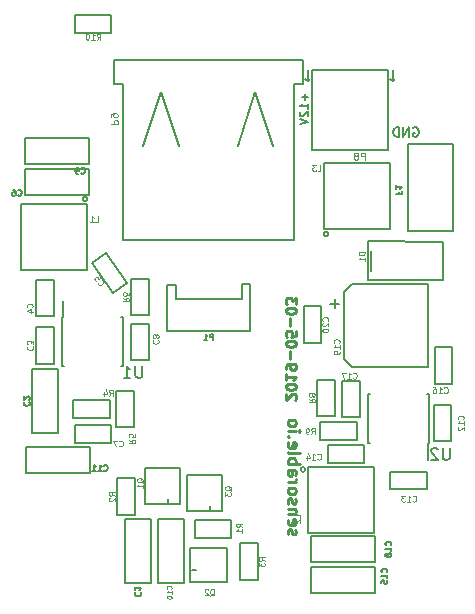
<source format=gbo>
G04 #@! TF.GenerationSoftware,KiCad,Pcbnew,(5.0.2)-1*
G04 #@! TF.CreationDate,2019-05-03T15:30:51-04:00*
G04 #@! TF.ProjectId,TrafMasterV1,54726166-4d61-4737-9465-7256312e6b69,V1*
G04 #@! TF.SameCoordinates,Original*
G04 #@! TF.FileFunction,Legend,Bot*
G04 #@! TF.FilePolarity,Positive*
%FSLAX46Y46*%
G04 Gerber Fmt 4.6, Leading zero omitted, Abs format (unit mm)*
G04 Created by KiCad (PCBNEW (5.0.2)-1) date 5/3/2019 3:30:51 PM*
%MOMM*%
%LPD*%
G01*
G04 APERTURE LIST*
%ADD10C,0.254000*%
%ADD11C,0.200000*%
%ADD12C,0.175000*%
%ADD13C,0.222250*%
%ADD14C,0.150000*%
%ADD15C,0.100000*%
%ADD16C,0.125000*%
%ADD17C,0.127000*%
%ADD18C,0.107950*%
G04 APERTURE END LIST*
D10*
X40330361Y-60945485D02*
X40281980Y-60848723D01*
X40281980Y-60655200D01*
X40330361Y-60558438D01*
X40427123Y-60510057D01*
X40475504Y-60510057D01*
X40572266Y-60558438D01*
X40620647Y-60655200D01*
X40620647Y-60800342D01*
X40669028Y-60897104D01*
X40765790Y-60945485D01*
X40814171Y-60945485D01*
X40910933Y-60897104D01*
X40959314Y-60800342D01*
X40959314Y-60655200D01*
X40910933Y-60558438D01*
X40330361Y-59687580D02*
X40281980Y-59784342D01*
X40281980Y-59977866D01*
X40330361Y-60074628D01*
X40427123Y-60123009D01*
X40814171Y-60123009D01*
X40910933Y-60074628D01*
X40959314Y-59977866D01*
X40959314Y-59784342D01*
X40910933Y-59687580D01*
X40814171Y-59639200D01*
X40717409Y-59639200D01*
X40620647Y-60123009D01*
X40959314Y-59203771D02*
X40281980Y-59203771D01*
X40862552Y-59203771D02*
X40910933Y-59155390D01*
X40959314Y-59058628D01*
X40959314Y-58913485D01*
X40910933Y-58816723D01*
X40814171Y-58768342D01*
X40281980Y-58768342D01*
X40330361Y-58332914D02*
X40281980Y-58236152D01*
X40281980Y-58042628D01*
X40330361Y-57945866D01*
X40427123Y-57897485D01*
X40475504Y-57897485D01*
X40572266Y-57945866D01*
X40620647Y-58042628D01*
X40620647Y-58187771D01*
X40669028Y-58284533D01*
X40765790Y-58332914D01*
X40814171Y-58332914D01*
X40910933Y-58284533D01*
X40959314Y-58187771D01*
X40959314Y-58042628D01*
X40910933Y-57945866D01*
X40281980Y-57316914D02*
X40330361Y-57413676D01*
X40378742Y-57462057D01*
X40475504Y-57510438D01*
X40765790Y-57510438D01*
X40862552Y-57462057D01*
X40910933Y-57413676D01*
X40959314Y-57316914D01*
X40959314Y-57171771D01*
X40910933Y-57075009D01*
X40862552Y-57026628D01*
X40765790Y-56978247D01*
X40475504Y-56978247D01*
X40378742Y-57026628D01*
X40330361Y-57075009D01*
X40281980Y-57171771D01*
X40281980Y-57316914D01*
X40281980Y-56542819D02*
X40959314Y-56542819D01*
X40765790Y-56542819D02*
X40862552Y-56494438D01*
X40910933Y-56446057D01*
X40959314Y-56349295D01*
X40959314Y-56252533D01*
X40281980Y-55478438D02*
X40814171Y-55478438D01*
X40910933Y-55526819D01*
X40959314Y-55623580D01*
X40959314Y-55817104D01*
X40910933Y-55913866D01*
X40330361Y-55478438D02*
X40281980Y-55575200D01*
X40281980Y-55817104D01*
X40330361Y-55913866D01*
X40427123Y-55962247D01*
X40523885Y-55962247D01*
X40620647Y-55913866D01*
X40669028Y-55817104D01*
X40669028Y-55575200D01*
X40717409Y-55478438D01*
X40281980Y-54994628D02*
X41297980Y-54994628D01*
X40910933Y-54994628D02*
X40959314Y-54897866D01*
X40959314Y-54704342D01*
X40910933Y-54607580D01*
X40862552Y-54559200D01*
X40765790Y-54510819D01*
X40475504Y-54510819D01*
X40378742Y-54559200D01*
X40330361Y-54607580D01*
X40281980Y-54704342D01*
X40281980Y-54897866D01*
X40330361Y-54994628D01*
X40281980Y-53930247D02*
X40330361Y-54027009D01*
X40427123Y-54075390D01*
X41297980Y-54075390D01*
X40330361Y-53156152D02*
X40281980Y-53252914D01*
X40281980Y-53446438D01*
X40330361Y-53543200D01*
X40427123Y-53591580D01*
X40814171Y-53591580D01*
X40910933Y-53543200D01*
X40959314Y-53446438D01*
X40959314Y-53252914D01*
X40910933Y-53156152D01*
X40814171Y-53107771D01*
X40717409Y-53107771D01*
X40620647Y-53591580D01*
X40378742Y-52672342D02*
X40330361Y-52623961D01*
X40281980Y-52672342D01*
X40330361Y-52720723D01*
X40378742Y-52672342D01*
X40281980Y-52672342D01*
X40281980Y-52188533D02*
X40959314Y-52188533D01*
X41297980Y-52188533D02*
X41249600Y-52236914D01*
X41201219Y-52188533D01*
X41249600Y-52140152D01*
X41297980Y-52188533D01*
X41201219Y-52188533D01*
X40281980Y-51559580D02*
X40330361Y-51656342D01*
X40378742Y-51704723D01*
X40475504Y-51753104D01*
X40765790Y-51753104D01*
X40862552Y-51704723D01*
X40910933Y-51656342D01*
X40959314Y-51559580D01*
X40959314Y-51414438D01*
X40910933Y-51317676D01*
X40862552Y-51269295D01*
X40765790Y-51220914D01*
X40475504Y-51220914D01*
X40378742Y-51269295D01*
X40330361Y-51317676D01*
X40281980Y-51414438D01*
X40281980Y-51559580D01*
D11*
X50901523Y-26524000D02*
X50977714Y-26485904D01*
X51092000Y-26485904D01*
X51206285Y-26524000D01*
X51282476Y-26600190D01*
X51320571Y-26676380D01*
X51358666Y-26828761D01*
X51358666Y-26943047D01*
X51320571Y-27095428D01*
X51282476Y-27171619D01*
X51206285Y-27247809D01*
X51092000Y-27285904D01*
X51015809Y-27285904D01*
X50901523Y-27247809D01*
X50863428Y-27209714D01*
X50863428Y-26943047D01*
X51015809Y-26943047D01*
X50520571Y-27285904D02*
X50520571Y-26485904D01*
X50063428Y-27285904D01*
X50063428Y-26485904D01*
X49682476Y-27285904D02*
X49682476Y-26485904D01*
X49492000Y-26485904D01*
X49377714Y-26524000D01*
X49301523Y-26600190D01*
X49263428Y-26676380D01*
X49225333Y-26828761D01*
X49225333Y-26943047D01*
X49263428Y-27095428D01*
X49301523Y-27171619D01*
X49377714Y-27247809D01*
X49492000Y-27285904D01*
X49682476Y-27285904D01*
D12*
X41706000Y-23658666D02*
X41706000Y-24192000D01*
X41972666Y-23925333D02*
X41439333Y-23925333D01*
X41972666Y-24892000D02*
X41972666Y-24492000D01*
X41972666Y-24692000D02*
X41272666Y-24692000D01*
X41372666Y-24625333D01*
X41439333Y-24558666D01*
X41472666Y-24492000D01*
X41339333Y-25158666D02*
X41306000Y-25192000D01*
X41272666Y-25258666D01*
X41272666Y-25425333D01*
X41306000Y-25492000D01*
X41339333Y-25525333D01*
X41406000Y-25558666D01*
X41472666Y-25558666D01*
X41572666Y-25525333D01*
X41972666Y-25125333D01*
X41972666Y-25558666D01*
X41272666Y-25758666D02*
X41972666Y-25992000D01*
X41272666Y-26225333D01*
D13*
X40889766Y-49555400D02*
X40932100Y-49513066D01*
X40974433Y-49428400D01*
X40974433Y-49216733D01*
X40932100Y-49132066D01*
X40889766Y-49089733D01*
X40805100Y-49047400D01*
X40720433Y-49047400D01*
X40593433Y-49089733D01*
X40085433Y-49597733D01*
X40085433Y-49047400D01*
X40974433Y-48497066D02*
X40974433Y-48412400D01*
X40932100Y-48327733D01*
X40889766Y-48285400D01*
X40805100Y-48243066D01*
X40635766Y-48200733D01*
X40424100Y-48200733D01*
X40254766Y-48243066D01*
X40170100Y-48285400D01*
X40127766Y-48327733D01*
X40085433Y-48412400D01*
X40085433Y-48497066D01*
X40127766Y-48581733D01*
X40170100Y-48624066D01*
X40254766Y-48666400D01*
X40424100Y-48708733D01*
X40635766Y-48708733D01*
X40805100Y-48666400D01*
X40889766Y-48624066D01*
X40932100Y-48581733D01*
X40974433Y-48497066D01*
X40085433Y-47354066D02*
X40085433Y-47862066D01*
X40085433Y-47608066D02*
X40974433Y-47608066D01*
X40847433Y-47692733D01*
X40762766Y-47777400D01*
X40720433Y-47862066D01*
X40085433Y-46930733D02*
X40085433Y-46761400D01*
X40127766Y-46676733D01*
X40170100Y-46634400D01*
X40297100Y-46549733D01*
X40466433Y-46507400D01*
X40805100Y-46507400D01*
X40889766Y-46549733D01*
X40932100Y-46592066D01*
X40974433Y-46676733D01*
X40974433Y-46846066D01*
X40932100Y-46930733D01*
X40889766Y-46973066D01*
X40805100Y-47015400D01*
X40593433Y-47015400D01*
X40508766Y-46973066D01*
X40466433Y-46930733D01*
X40424100Y-46846066D01*
X40424100Y-46676733D01*
X40466433Y-46592066D01*
X40508766Y-46549733D01*
X40593433Y-46507400D01*
X40424100Y-46126399D02*
X40424100Y-45449066D01*
X40974433Y-44856399D02*
X40974433Y-44771733D01*
X40932100Y-44687066D01*
X40889766Y-44644733D01*
X40805100Y-44602399D01*
X40635766Y-44560066D01*
X40424100Y-44560066D01*
X40254766Y-44602399D01*
X40170100Y-44644733D01*
X40127766Y-44687066D01*
X40085433Y-44771733D01*
X40085433Y-44856399D01*
X40127766Y-44941066D01*
X40170100Y-44983399D01*
X40254766Y-45025733D01*
X40424100Y-45068066D01*
X40635766Y-45068066D01*
X40805100Y-45025733D01*
X40889766Y-44983399D01*
X40932100Y-44941066D01*
X40974433Y-44856399D01*
X40974433Y-43755733D02*
X40974433Y-44179066D01*
X40551100Y-44221399D01*
X40593433Y-44179066D01*
X40635766Y-44094399D01*
X40635766Y-43882733D01*
X40593433Y-43798066D01*
X40551100Y-43755733D01*
X40466433Y-43713399D01*
X40254766Y-43713399D01*
X40170100Y-43755733D01*
X40127766Y-43798066D01*
X40085433Y-43882733D01*
X40085433Y-44094399D01*
X40127766Y-44179066D01*
X40170100Y-44221399D01*
X40424100Y-43332399D02*
X40424100Y-42655066D01*
X40974433Y-42062399D02*
X40974433Y-41977733D01*
X40932100Y-41893066D01*
X40889766Y-41850733D01*
X40805100Y-41808399D01*
X40635766Y-41766066D01*
X40424100Y-41766066D01*
X40254766Y-41808399D01*
X40170100Y-41850733D01*
X40127766Y-41893066D01*
X40085433Y-41977733D01*
X40085433Y-42062399D01*
X40127766Y-42147066D01*
X40170100Y-42189399D01*
X40254766Y-42231733D01*
X40424100Y-42274066D01*
X40635766Y-42274066D01*
X40805100Y-42231733D01*
X40889766Y-42189399D01*
X40932100Y-42147066D01*
X40974433Y-42062399D01*
X40974433Y-41469733D02*
X40974433Y-40919399D01*
X40635766Y-41215733D01*
X40635766Y-41088733D01*
X40593433Y-41004066D01*
X40551100Y-40961733D01*
X40466433Y-40919399D01*
X40254766Y-40919399D01*
X40170100Y-40961733D01*
X40127766Y-41004066D01*
X40085433Y-41088733D01*
X40085433Y-41342733D01*
X40127766Y-41427399D01*
X40170100Y-41469733D01*
D14*
G04 #@! TO.C,C14*
X46746760Y-53387560D02*
X46746760Y-54887560D01*
X43646760Y-53387560D02*
X46746760Y-53387560D01*
X43646760Y-54887560D02*
X43646760Y-53387560D01*
X46746760Y-54887560D02*
X43646760Y-54887560D01*
G04 #@! TO.C,U2*
X52179460Y-53210280D02*
X52179460Y-54610280D01*
X47079460Y-53210280D02*
X47079460Y-49060280D01*
X52229460Y-53210280D02*
X52229460Y-49060280D01*
X47079460Y-53210280D02*
X47224460Y-53210280D01*
X47079460Y-49060280D02*
X47224460Y-49060280D01*
X52229460Y-49060280D02*
X52084460Y-49060280D01*
X52229460Y-53210280D02*
X52179460Y-53210280D01*
G04 #@! TO.C,D1*
X47343060Y-36913820D02*
X47343060Y-38635940D01*
X47078500Y-39382500D02*
X47078500Y-36132500D01*
X53428500Y-39432500D02*
X47073820Y-39433500D01*
X53428500Y-36182500D02*
X53428500Y-39432500D01*
X47078500Y-36132500D02*
X53428500Y-36182500D01*
G04 #@! TO.C,C19*
X44241000Y-41007000D02*
X44241000Y-41807000D01*
X43841000Y-41407000D02*
X44641000Y-41407000D01*
X45741000Y-39707000D02*
X52141000Y-39707000D01*
X45041000Y-40407000D02*
X45741000Y-39707000D01*
X45041000Y-46107000D02*
X45041000Y-40407000D01*
X45741000Y-46807000D02*
X45041000Y-46107000D01*
X52141000Y-46807000D02*
X45741000Y-46807000D01*
X52141000Y-39807000D02*
X52141000Y-46807000D01*
G04 #@! TO.C,P9*
X37540700Y-23521900D02*
X39040700Y-28021900D01*
X36040700Y-28021900D02*
X37540700Y-23521900D01*
X29540700Y-23521900D02*
X31040700Y-28021900D01*
X28040700Y-28021900D02*
X29540700Y-23521900D01*
X26290700Y-22771900D02*
X26290700Y-36021900D01*
X25540700Y-22771900D02*
X26290700Y-22771900D01*
X25540700Y-20771900D02*
X25540700Y-22771900D01*
X41540700Y-20771900D02*
X25540700Y-20771900D01*
X41540700Y-22771900D02*
X41540700Y-20771900D01*
X40790700Y-22771900D02*
X41540700Y-22771900D01*
X40790700Y-36021900D02*
X40790700Y-22771900D01*
X26290700Y-36021900D02*
X40790700Y-36021900D01*
G04 #@! TO.C,C16*
X52711920Y-45114880D02*
X54211920Y-45114880D01*
X52711920Y-48214880D02*
X52711920Y-45114880D01*
X54211920Y-48214880D02*
X52711920Y-48214880D01*
X54211920Y-45114880D02*
X54211920Y-48214880D01*
G04 #@! TO.C,C13*
X48970600Y-57143080D02*
X48970600Y-55643080D01*
X52070600Y-57143080D02*
X48970600Y-57143080D01*
X52070600Y-55643080D02*
X52070600Y-57143080D01*
X48970600Y-55643080D02*
X52070600Y-55643080D01*
G04 #@! TO.C,C12*
X52630640Y-49974880D02*
X54130640Y-49974880D01*
X52630640Y-53074880D02*
X52630640Y-49974880D01*
X54130640Y-53074880D02*
X52630640Y-53074880D01*
X54130640Y-49974880D02*
X54130640Y-53074880D01*
G04 #@! TO.C,C17*
X44878560Y-47944440D02*
X46378560Y-47944440D01*
X44878560Y-51044440D02*
X44878560Y-47944440D01*
X46378560Y-51044440D02*
X44878560Y-51044440D01*
X46378560Y-47944440D02*
X46378560Y-51044440D01*
G04 #@! TO.C,R9*
X46121920Y-51431760D02*
X46121920Y-52931760D01*
X43021920Y-51431760D02*
X46121920Y-51431760D01*
X43021920Y-52931760D02*
X43021920Y-51431760D01*
X46121920Y-52931760D02*
X43021920Y-52931760D01*
G04 #@! TO.C,L2*
X41764960Y-55449160D02*
G75*
G03X41764960Y-55449160I-200000J0D01*
G01*
X41964960Y-55249160D02*
X47564960Y-55249160D01*
X41964960Y-60849160D02*
X41964960Y-55249160D01*
X47564960Y-60849160D02*
X41964960Y-60849160D01*
X47564960Y-55249160D02*
X47564960Y-60849160D01*
G04 #@! TO.C,R8*
X44260200Y-50958080D02*
X42760200Y-50958080D01*
X44260200Y-47858080D02*
X44260200Y-50958080D01*
X42760200Y-47858080D02*
X44260200Y-47858080D01*
X42760200Y-50958080D02*
X42760200Y-47858080D01*
G04 #@! TO.C,C18*
X47622440Y-63243640D02*
X42222440Y-63243640D01*
X42222440Y-63243640D02*
X42222440Y-61043640D01*
X42222440Y-61043640D02*
X47622440Y-61043640D01*
X47622440Y-61043640D02*
X47622440Y-63193640D01*
G04 #@! TO.C,C15*
X47663080Y-65864920D02*
X42263080Y-65864920D01*
X42263080Y-65864920D02*
X42263080Y-63664920D01*
X42263080Y-63664920D02*
X47663080Y-63664920D01*
X47663080Y-63664920D02*
X47663080Y-65814920D01*
G04 #@! TO.C,C11*
X18128000Y-53586200D02*
X23528000Y-53586200D01*
X23528000Y-53586200D02*
X23528000Y-55786200D01*
X23528000Y-55786200D02*
X18128000Y-55786200D01*
X18128000Y-55786200D02*
X18128000Y-53636200D01*
G04 #@! TO.C,U1*
X21211300Y-42552800D02*
X21211300Y-41152800D01*
X26311300Y-42552800D02*
X26311300Y-46702800D01*
X21161300Y-42552800D02*
X21161300Y-46702800D01*
X26311300Y-42552800D02*
X26166300Y-42552800D01*
X26311300Y-46702800D02*
X26166300Y-46702800D01*
X21161300Y-46702800D02*
X21306300Y-46702800D01*
X21161300Y-42552800D02*
X21211300Y-42552800D01*
G04 #@! TO.C,C5*
X26679888Y-39671023D02*
X25451159Y-40531388D01*
X24901801Y-37131652D02*
X26679888Y-39671023D01*
X23673072Y-37992017D02*
X24901801Y-37131652D01*
X25451159Y-40531388D02*
X23673072Y-37992017D01*
G04 #@! TO.C,R1*
X35494180Y-59719700D02*
X35494180Y-61219700D01*
X32394180Y-59719700D02*
X35494180Y-59719700D01*
X32394180Y-61219700D02*
X32394180Y-59719700D01*
X35494180Y-61219700D02*
X32394180Y-61219700D01*
G04 #@! TO.C,P1*
X36370800Y-39778000D02*
X37070800Y-39778000D01*
X36370800Y-41028000D02*
X36370800Y-39778000D01*
X30770800Y-41028000D02*
X36370800Y-41028000D01*
X30770800Y-39828000D02*
X30770800Y-41028000D01*
X30020800Y-39828000D02*
X30770800Y-39828000D01*
X30020800Y-43728000D02*
X30020800Y-39828000D01*
X30120800Y-43728000D02*
X30020800Y-43728000D01*
X37070800Y-43728000D02*
X30120800Y-43728000D01*
X37070800Y-39828000D02*
X37070800Y-43728000D01*
G04 #@! TO.C,C1*
X26494180Y-65074700D02*
X26494180Y-59674700D01*
X26494180Y-59674700D02*
X28694180Y-59674700D01*
X28694180Y-59674700D02*
X28694180Y-65074700D01*
X28694180Y-65074700D02*
X26544180Y-65074700D01*
G04 #@! TO.C,C2*
X18661200Y-52357000D02*
X18661200Y-46957000D01*
X18661200Y-46957000D02*
X20861200Y-46957000D01*
X20861200Y-46957000D02*
X20861200Y-52357000D01*
X20861200Y-52357000D02*
X18711200Y-52357000D01*
G04 #@! TO.C,Q1*
X31112120Y-55305360D02*
X31112120Y-58405360D01*
X31112120Y-58405360D02*
X28212120Y-58405360D01*
X28212120Y-58405360D02*
X28212120Y-55305360D01*
X28212120Y-55305360D02*
X31112120Y-55305360D01*
X30112120Y-58305360D02*
X30112120Y-57955360D01*
G04 #@! TO.C,Q2*
X35138580Y-64967700D02*
X32038580Y-64967700D01*
X32038580Y-64967700D02*
X32038580Y-62067700D01*
X32038580Y-62067700D02*
X35138580Y-62067700D01*
X35138580Y-62067700D02*
X35138580Y-64967700D01*
X32138580Y-63967700D02*
X32488580Y-63967700D01*
G04 #@! TO.C,Q3*
X34682980Y-55897100D02*
X34682980Y-58997100D01*
X34682980Y-58997100D02*
X31782980Y-58997100D01*
X31782980Y-58997100D02*
X31782980Y-55897100D01*
X31782980Y-55897100D02*
X34682980Y-55897100D01*
X33682980Y-58897100D02*
X33682980Y-58547100D01*
G04 #@! TO.C,R2*
X25848880Y-56163880D02*
X27348880Y-56163880D01*
X25848880Y-59263880D02*
X25848880Y-56163880D01*
X27348880Y-59263880D02*
X25848880Y-59263880D01*
X27348880Y-56163880D02*
X27348880Y-59263880D01*
G04 #@! TO.C,R3*
X36242180Y-61713700D02*
X37742180Y-61713700D01*
X36242180Y-64813700D02*
X36242180Y-61713700D01*
X37742180Y-64813700D02*
X36242180Y-64813700D01*
X37742180Y-61713700D02*
X37742180Y-64813700D01*
G04 #@! TO.C,P8*
X41954900Y-21593600D02*
X41954900Y-22593600D01*
X41954900Y-22593600D02*
X42154900Y-22393600D01*
X41954900Y-22593600D02*
X41754900Y-22393600D01*
X49154900Y-22593600D02*
X49354900Y-22393600D01*
X49154900Y-22593600D02*
X48954900Y-22393600D01*
X49154900Y-21593600D02*
X49154900Y-22593600D01*
X48754900Y-21593600D02*
X42354900Y-21593600D01*
X48754900Y-28393600D02*
X48754900Y-21593600D01*
X42354900Y-28393600D02*
X48754900Y-28393600D01*
X42354900Y-21593600D02*
X42354900Y-28393600D01*
G04 #@! TO.C,C6*
X18026400Y-30040400D02*
X23426400Y-30040400D01*
X23426400Y-30040400D02*
X23426400Y-32240400D01*
X23426400Y-32240400D02*
X18026400Y-32240400D01*
X18026400Y-32240400D02*
X18026400Y-30090400D01*
G04 #@! TO.C,C9*
X18026400Y-27424200D02*
X23426400Y-27424200D01*
X23426400Y-27424200D02*
X23426400Y-29624200D01*
X23426400Y-29624200D02*
X18026400Y-29624200D01*
X18026400Y-29624200D02*
X18026400Y-27474200D01*
G04 #@! TO.C,C10*
X31526280Y-59636600D02*
X31526280Y-65036600D01*
X31526280Y-65036600D02*
X29326280Y-65036600D01*
X29326280Y-65036600D02*
X29326280Y-59636600D01*
X29326280Y-59636600D02*
X31476280Y-59636600D01*
G04 #@! TO.C,L1*
X23297800Y-32547600D02*
G75*
G03X23297800Y-32547600I-200000J0D01*
G01*
X23297800Y-32947600D02*
X23297800Y-38547600D01*
X17697800Y-32947600D02*
X23297800Y-32947600D01*
X17697800Y-38547600D02*
X17697800Y-32947600D01*
X23297800Y-38547600D02*
X17697800Y-38547600D01*
G04 #@! TO.C,R4*
X25222800Y-49567400D02*
X25222800Y-51067400D01*
X22122800Y-49567400D02*
X25222800Y-49567400D01*
X22122800Y-51067400D02*
X22122800Y-49567400D01*
X25222800Y-51067400D02*
X22122800Y-51067400D01*
G04 #@! TO.C,R5*
X27267600Y-51892800D02*
X25767600Y-51892800D01*
X27267600Y-48792800D02*
X27267600Y-51892800D01*
X25767600Y-48792800D02*
X27267600Y-48792800D01*
X25767600Y-51892800D02*
X25767600Y-48792800D01*
G04 #@! TO.C,C3*
X20473100Y-46482600D02*
X18973100Y-46482600D01*
X20473100Y-43382600D02*
X20473100Y-46482600D01*
X18973100Y-43382600D02*
X20473100Y-43382600D01*
X18973100Y-46482600D02*
X18973100Y-43382600D01*
G04 #@! TO.C,C4*
X18960400Y-39369400D02*
X20460400Y-39369400D01*
X18960400Y-42469400D02*
X18960400Y-39369400D01*
X20460400Y-42469400D02*
X18960400Y-42469400D01*
X20460400Y-39369400D02*
X20460400Y-42469400D01*
G04 #@! TO.C,C7*
X22233000Y-53175600D02*
X22233000Y-51675600D01*
X25333000Y-53175600D02*
X22233000Y-53175600D01*
X25333000Y-51675600D02*
X25333000Y-53175600D01*
X22233000Y-51675600D02*
X25333000Y-51675600D01*
G04 #@! TO.C,C8*
X28512200Y-46203200D02*
X27012200Y-46203200D01*
X28512200Y-43103200D02*
X28512200Y-46203200D01*
X27012200Y-43103200D02*
X28512200Y-43103200D01*
X27012200Y-46203200D02*
X27012200Y-43103200D01*
G04 #@! TO.C,R6*
X28537600Y-42405900D02*
X27037600Y-42405900D01*
X28537600Y-39305900D02*
X28537600Y-42405900D01*
X27037600Y-39305900D02*
X28537600Y-39305900D01*
X27037600Y-42405900D02*
X27037600Y-39305900D01*
G04 #@! TO.C,F1*
X50428000Y-35300000D02*
X50428000Y-27900000D01*
X50428000Y-27900000D02*
X54278000Y-27900000D01*
X54278000Y-27900000D02*
X54278000Y-35300000D01*
X54278000Y-35300000D02*
X50428000Y-35300000D01*
G04 #@! TO.C,L3*
X43728000Y-35500000D02*
G75*
G03X43728000Y-35500000I-200000J0D01*
G01*
X43328000Y-35100000D02*
X43328000Y-29500000D01*
X48928000Y-35100000D02*
X43328000Y-35100000D01*
X48928000Y-29500000D02*
X48928000Y-35100000D01*
X43328000Y-29500000D02*
X48928000Y-29500000D01*
G04 #@! TO.C,R10*
X25344720Y-16974120D02*
X25344720Y-18474120D01*
X22244720Y-16974120D02*
X25344720Y-16974120D01*
X22244720Y-18474120D02*
X22244720Y-16974120D01*
X25344720Y-18474120D02*
X22244720Y-18474120D01*
G04 #@! TO.C,C20*
X41617200Y-41631560D02*
X43117200Y-41631560D01*
X41617200Y-44731560D02*
X41617200Y-41631560D01*
X43117200Y-44731560D02*
X41617200Y-44731560D01*
X43117200Y-41631560D02*
X43117200Y-44731560D01*
G04 #@! TO.C,C14*
D15*
X42785148Y-54559971D02*
X42808958Y-54583780D01*
X42880386Y-54607590D01*
X42928005Y-54607590D01*
X42999434Y-54583780D01*
X43047053Y-54536161D01*
X43070862Y-54488542D01*
X43094672Y-54393304D01*
X43094672Y-54321876D01*
X43070862Y-54226638D01*
X43047053Y-54179019D01*
X42999434Y-54131400D01*
X42928005Y-54107590D01*
X42880386Y-54107590D01*
X42808958Y-54131400D01*
X42785148Y-54155209D01*
X42308958Y-54607590D02*
X42594672Y-54607590D01*
X42451815Y-54607590D02*
X42451815Y-54107590D01*
X42499434Y-54179019D01*
X42547053Y-54226638D01*
X42594672Y-54250447D01*
X41880386Y-54274257D02*
X41880386Y-54607590D01*
X41999434Y-54083780D02*
X42118481Y-54440923D01*
X41808958Y-54440923D01*
G04 #@! TO.C,U2*
D14*
X53979984Y-53640740D02*
X53979984Y-54450264D01*
X53932365Y-54545502D01*
X53884746Y-54593121D01*
X53789508Y-54640740D01*
X53599032Y-54640740D01*
X53503794Y-54593121D01*
X53456175Y-54545502D01*
X53408556Y-54450264D01*
X53408556Y-53640740D01*
X52979984Y-53735979D02*
X52932365Y-53688360D01*
X52837127Y-53640740D01*
X52599032Y-53640740D01*
X52503794Y-53688360D01*
X52456175Y-53735979D01*
X52408556Y-53831217D01*
X52408556Y-53926455D01*
X52456175Y-54069312D01*
X53027603Y-54640740D01*
X52408556Y-54640740D01*
G04 #@! TO.C,D1*
D15*
X46774230Y-37034992D02*
X46274230Y-37034992D01*
X46274230Y-37154040D01*
X46298040Y-37225468D01*
X46345659Y-37273087D01*
X46393278Y-37296897D01*
X46488516Y-37320706D01*
X46559944Y-37320706D01*
X46655182Y-37296897D01*
X46702801Y-37273087D01*
X46750420Y-37225468D01*
X46774230Y-37154040D01*
X46774230Y-37034992D01*
X46774230Y-37796897D02*
X46774230Y-37511182D01*
X46774230Y-37654040D02*
X46274230Y-37654040D01*
X46345659Y-37606420D01*
X46393278Y-37558801D01*
X46417087Y-37511182D01*
G04 #@! TO.C,C19*
D16*
X44608251Y-44753411D02*
X44632060Y-44729601D01*
X44655870Y-44658173D01*
X44655870Y-44610554D01*
X44632060Y-44539125D01*
X44584441Y-44491506D01*
X44536822Y-44467697D01*
X44441584Y-44443887D01*
X44370156Y-44443887D01*
X44274918Y-44467697D01*
X44227299Y-44491506D01*
X44179680Y-44539125D01*
X44155870Y-44610554D01*
X44155870Y-44658173D01*
X44179680Y-44729601D01*
X44203489Y-44753411D01*
X44655870Y-45229601D02*
X44655870Y-44943887D01*
X44655870Y-45086744D02*
X44155870Y-45086744D01*
X44227299Y-45039125D01*
X44274918Y-44991506D01*
X44298727Y-44943887D01*
X44655870Y-45467697D02*
X44655870Y-45562935D01*
X44632060Y-45610554D01*
X44608251Y-45634363D01*
X44536822Y-45681982D01*
X44441584Y-45705792D01*
X44251108Y-45705792D01*
X44203489Y-45681982D01*
X44179680Y-45658173D01*
X44155870Y-45610554D01*
X44155870Y-45515316D01*
X44179680Y-45467697D01*
X44203489Y-45443887D01*
X44251108Y-45420078D01*
X44370156Y-45420078D01*
X44417775Y-45443887D01*
X44441584Y-45467697D01*
X44465394Y-45515316D01*
X44465394Y-45610554D01*
X44441584Y-45658173D01*
X44417775Y-45681982D01*
X44370156Y-45705792D01*
G04 #@! TO.C,P9*
D15*
X25269271Y-26214757D02*
X25869271Y-26214757D01*
X25869271Y-25986185D01*
X25840700Y-25929042D01*
X25812128Y-25900471D01*
X25754985Y-25871900D01*
X25669271Y-25871900D01*
X25612128Y-25900471D01*
X25583557Y-25929042D01*
X25554985Y-25986185D01*
X25554985Y-26214757D01*
X25269271Y-25586185D02*
X25269271Y-25471900D01*
X25297842Y-25414757D01*
X25326414Y-25386185D01*
X25412128Y-25329042D01*
X25526414Y-25300471D01*
X25754985Y-25300471D01*
X25812128Y-25329042D01*
X25840700Y-25357614D01*
X25869271Y-25414757D01*
X25869271Y-25529042D01*
X25840700Y-25586185D01*
X25812128Y-25614757D01*
X25754985Y-25643328D01*
X25612128Y-25643328D01*
X25554985Y-25614757D01*
X25526414Y-25586185D01*
X25497842Y-25529042D01*
X25497842Y-25414757D01*
X25526414Y-25357614D01*
X25554985Y-25329042D01*
X25612128Y-25300471D01*
G04 #@! TO.C,C16*
X53514108Y-48931331D02*
X53537918Y-48955140D01*
X53609346Y-48978950D01*
X53656965Y-48978950D01*
X53728394Y-48955140D01*
X53776013Y-48907521D01*
X53799822Y-48859902D01*
X53823632Y-48764664D01*
X53823632Y-48693236D01*
X53799822Y-48597998D01*
X53776013Y-48550379D01*
X53728394Y-48502760D01*
X53656965Y-48478950D01*
X53609346Y-48478950D01*
X53537918Y-48502760D01*
X53514108Y-48526569D01*
X53037918Y-48978950D02*
X53323632Y-48978950D01*
X53180775Y-48978950D02*
X53180775Y-48478950D01*
X53228394Y-48550379D01*
X53276013Y-48597998D01*
X53323632Y-48621807D01*
X52609346Y-48478950D02*
X52704584Y-48478950D01*
X52752203Y-48502760D01*
X52776013Y-48526569D01*
X52823632Y-48597998D01*
X52847441Y-48693236D01*
X52847441Y-48883712D01*
X52823632Y-48931331D01*
X52799822Y-48955140D01*
X52752203Y-48978950D01*
X52656965Y-48978950D01*
X52609346Y-48955140D01*
X52585537Y-48931331D01*
X52561727Y-48883712D01*
X52561727Y-48764664D01*
X52585537Y-48717045D01*
X52609346Y-48693236D01*
X52656965Y-48669426D01*
X52752203Y-48669426D01*
X52799822Y-48693236D01*
X52823632Y-48717045D01*
X52847441Y-48764664D01*
G04 #@! TO.C,C13*
X50847108Y-58115971D02*
X50870918Y-58139780D01*
X50942346Y-58163590D01*
X50989965Y-58163590D01*
X51061394Y-58139780D01*
X51109013Y-58092161D01*
X51132822Y-58044542D01*
X51156632Y-57949304D01*
X51156632Y-57877876D01*
X51132822Y-57782638D01*
X51109013Y-57735019D01*
X51061394Y-57687400D01*
X50989965Y-57663590D01*
X50942346Y-57663590D01*
X50870918Y-57687400D01*
X50847108Y-57711209D01*
X50370918Y-58163590D02*
X50656632Y-58163590D01*
X50513775Y-58163590D02*
X50513775Y-57663590D01*
X50561394Y-57735019D01*
X50609013Y-57782638D01*
X50656632Y-57806447D01*
X50204251Y-57663590D02*
X49894727Y-57663590D01*
X50061394Y-57854066D01*
X49989965Y-57854066D01*
X49942346Y-57877876D01*
X49918537Y-57901685D01*
X49894727Y-57949304D01*
X49894727Y-58068352D01*
X49918537Y-58115971D01*
X49942346Y-58139780D01*
X49989965Y-58163590D01*
X50132822Y-58163590D01*
X50180441Y-58139780D01*
X50204251Y-58115971D01*
G04 #@! TO.C,C12*
X55116231Y-51190751D02*
X55140040Y-51166941D01*
X55163850Y-51095513D01*
X55163850Y-51047894D01*
X55140040Y-50976465D01*
X55092421Y-50928846D01*
X55044802Y-50905037D01*
X54949564Y-50881227D01*
X54878136Y-50881227D01*
X54782898Y-50905037D01*
X54735279Y-50928846D01*
X54687660Y-50976465D01*
X54663850Y-51047894D01*
X54663850Y-51095513D01*
X54687660Y-51166941D01*
X54711469Y-51190751D01*
X55163850Y-51666941D02*
X55163850Y-51381227D01*
X55163850Y-51524084D02*
X54663850Y-51524084D01*
X54735279Y-51476465D01*
X54782898Y-51428846D01*
X54806707Y-51381227D01*
X54711469Y-51857418D02*
X54687660Y-51881227D01*
X54663850Y-51928846D01*
X54663850Y-52047894D01*
X54687660Y-52095513D01*
X54711469Y-52119322D01*
X54759088Y-52143132D01*
X54806707Y-52143132D01*
X54878136Y-52119322D01*
X55163850Y-51833608D01*
X55163850Y-52143132D01*
G04 #@! TO.C,C17*
X45807748Y-47707051D02*
X45831558Y-47730860D01*
X45902986Y-47754670D01*
X45950605Y-47754670D01*
X46022034Y-47730860D01*
X46069653Y-47683241D01*
X46093462Y-47635622D01*
X46117272Y-47540384D01*
X46117272Y-47468956D01*
X46093462Y-47373718D01*
X46069653Y-47326099D01*
X46022034Y-47278480D01*
X45950605Y-47254670D01*
X45902986Y-47254670D01*
X45831558Y-47278480D01*
X45807748Y-47302289D01*
X45331558Y-47754670D02*
X45617272Y-47754670D01*
X45474415Y-47754670D02*
X45474415Y-47254670D01*
X45522034Y-47326099D01*
X45569653Y-47373718D01*
X45617272Y-47397527D01*
X45164891Y-47254670D02*
X44831558Y-47254670D01*
X45045843Y-47754670D01*
G04 #@! TO.C,R9*
X42267653Y-52463830D02*
X42434320Y-52225735D01*
X42553367Y-52463830D02*
X42553367Y-51963830D01*
X42362891Y-51963830D01*
X42315272Y-51987640D01*
X42291462Y-52011449D01*
X42267653Y-52059068D01*
X42267653Y-52130497D01*
X42291462Y-52178116D01*
X42315272Y-52201925D01*
X42362891Y-52225735D01*
X42553367Y-52225735D01*
X42029558Y-52463830D02*
X41934320Y-52463830D01*
X41886700Y-52440020D01*
X41862891Y-52416211D01*
X41815272Y-52344782D01*
X41791462Y-52249544D01*
X41791462Y-52059068D01*
X41815272Y-52011449D01*
X41839081Y-51987640D01*
X41886700Y-51963830D01*
X41981939Y-51963830D01*
X42029558Y-51987640D01*
X42053367Y-52011449D01*
X42077177Y-52059068D01*
X42077177Y-52178116D01*
X42053367Y-52225735D01*
X42029558Y-52249544D01*
X41981939Y-52273354D01*
X41886700Y-52273354D01*
X41839081Y-52249544D01*
X41815272Y-52225735D01*
X41791462Y-52178116D01*
G04 #@! TO.C,L2*
D16*
X41282750Y-59553326D02*
X41282750Y-59315231D01*
X40782750Y-59315231D01*
X40830369Y-59696183D02*
X40806560Y-59719993D01*
X40782750Y-59767612D01*
X40782750Y-59886660D01*
X40806560Y-59934279D01*
X40830369Y-59958088D01*
X40877988Y-59981898D01*
X40925607Y-59981898D01*
X40997036Y-59958088D01*
X41282750Y-59672374D01*
X41282750Y-59981898D01*
G04 #@! TO.C,R8*
D15*
X42052109Y-49466013D02*
X42290204Y-49632680D01*
X42052109Y-49751727D02*
X42552109Y-49751727D01*
X42552109Y-49561251D01*
X42528300Y-49513632D01*
X42504490Y-49489822D01*
X42456871Y-49466013D01*
X42385442Y-49466013D01*
X42337823Y-49489822D01*
X42314014Y-49513632D01*
X42290204Y-49561251D01*
X42290204Y-49751727D01*
X42337823Y-49180299D02*
X42361633Y-49227918D01*
X42385442Y-49251727D01*
X42433061Y-49275537D01*
X42456871Y-49275537D01*
X42504490Y-49251727D01*
X42528300Y-49227918D01*
X42552109Y-49180299D01*
X42552109Y-49085060D01*
X42528300Y-49037441D01*
X42504490Y-49013632D01*
X42456871Y-48989822D01*
X42433061Y-48989822D01*
X42385442Y-49013632D01*
X42361633Y-49037441D01*
X42337823Y-49085060D01*
X42337823Y-49180299D01*
X42314014Y-49227918D01*
X42290204Y-49251727D01*
X42242585Y-49275537D01*
X42147347Y-49275537D01*
X42099728Y-49251727D01*
X42075919Y-49227918D01*
X42052109Y-49180299D01*
X42052109Y-49085060D01*
X42075919Y-49037441D01*
X42099728Y-49013632D01*
X42147347Y-48989822D01*
X42242585Y-48989822D01*
X42290204Y-49013632D01*
X42314014Y-49037441D01*
X42337823Y-49085060D01*
G04 #@! TO.C,C18*
D17*
X49000228Y-61862788D02*
X49024419Y-61838598D01*
X49048609Y-61766026D01*
X49048609Y-61717645D01*
X49024419Y-61645074D01*
X48976038Y-61596693D01*
X48927657Y-61572502D01*
X48830895Y-61548312D01*
X48758323Y-61548312D01*
X48661561Y-61572502D01*
X48613180Y-61596693D01*
X48564800Y-61645074D01*
X48540609Y-61717645D01*
X48540609Y-61766026D01*
X48564800Y-61838598D01*
X48588990Y-61862788D01*
X49048609Y-62346598D02*
X49048609Y-62056312D01*
X49048609Y-62201455D02*
X48540609Y-62201455D01*
X48613180Y-62153074D01*
X48661561Y-62104693D01*
X48685752Y-62056312D01*
X48758323Y-62636883D02*
X48734133Y-62588502D01*
X48709942Y-62564312D01*
X48661561Y-62540121D01*
X48637371Y-62540121D01*
X48588990Y-62564312D01*
X48564800Y-62588502D01*
X48540609Y-62636883D01*
X48540609Y-62733645D01*
X48564800Y-62782026D01*
X48588990Y-62806217D01*
X48637371Y-62830407D01*
X48661561Y-62830407D01*
X48709942Y-62806217D01*
X48734133Y-62782026D01*
X48758323Y-62733645D01*
X48758323Y-62636883D01*
X48782514Y-62588502D01*
X48806704Y-62564312D01*
X48855085Y-62540121D01*
X48951847Y-62540121D01*
X49000228Y-62564312D01*
X49024419Y-62588502D01*
X49048609Y-62636883D01*
X49048609Y-62733645D01*
X49024419Y-62782026D01*
X49000228Y-62806217D01*
X48951847Y-62830407D01*
X48855085Y-62830407D01*
X48806704Y-62806217D01*
X48782514Y-62782026D01*
X48758323Y-62733645D01*
G04 #@! TO.C,C15*
X48659868Y-64153868D02*
X48684059Y-64129678D01*
X48708249Y-64057106D01*
X48708249Y-64008725D01*
X48684059Y-63936154D01*
X48635678Y-63887773D01*
X48587297Y-63863582D01*
X48490535Y-63839392D01*
X48417963Y-63839392D01*
X48321201Y-63863582D01*
X48272820Y-63887773D01*
X48224440Y-63936154D01*
X48200249Y-64008725D01*
X48200249Y-64057106D01*
X48224440Y-64129678D01*
X48248630Y-64153868D01*
X48708249Y-64637678D02*
X48708249Y-64347392D01*
X48708249Y-64492535D02*
X48200249Y-64492535D01*
X48272820Y-64444154D01*
X48321201Y-64395773D01*
X48345392Y-64347392D01*
X48200249Y-65097297D02*
X48200249Y-64855392D01*
X48442154Y-64831201D01*
X48417963Y-64855392D01*
X48393773Y-64903773D01*
X48393773Y-65024725D01*
X48417963Y-65073106D01*
X48442154Y-65097297D01*
X48490535Y-65121487D01*
X48611487Y-65121487D01*
X48659868Y-65097297D01*
X48684059Y-65073106D01*
X48708249Y-65024725D01*
X48708249Y-64903773D01*
X48684059Y-64855392D01*
X48659868Y-64831201D01*
G04 #@! TO.C,C11*
X24705491Y-55528028D02*
X24729681Y-55552219D01*
X24802253Y-55576409D01*
X24850634Y-55576409D01*
X24923205Y-55552219D01*
X24971586Y-55503838D01*
X24995777Y-55455457D01*
X25019967Y-55358695D01*
X25019967Y-55286123D01*
X24995777Y-55189361D01*
X24971586Y-55140980D01*
X24923205Y-55092600D01*
X24850634Y-55068409D01*
X24802253Y-55068409D01*
X24729681Y-55092600D01*
X24705491Y-55116790D01*
X24221681Y-55576409D02*
X24511967Y-55576409D01*
X24366824Y-55576409D02*
X24366824Y-55068409D01*
X24415205Y-55140980D01*
X24463586Y-55189361D01*
X24511967Y-55213552D01*
X23737872Y-55576409D02*
X24028158Y-55576409D01*
X23883015Y-55576409D02*
X23883015Y-55068409D01*
X23931396Y-55140980D01*
X23979777Y-55189361D01*
X24028158Y-55213552D01*
G04 #@! TO.C,U1*
D14*
X27950064Y-46681140D02*
X27950064Y-47490664D01*
X27902445Y-47585902D01*
X27854826Y-47633521D01*
X27759588Y-47681140D01*
X27569112Y-47681140D01*
X27473874Y-47633521D01*
X27426255Y-47585902D01*
X27378636Y-47490664D01*
X27378636Y-46681140D01*
X26378636Y-47681140D02*
X26950064Y-47681140D01*
X26664350Y-47681140D02*
X26664350Y-46681140D01*
X26759588Y-46823998D01*
X26854826Y-46919236D01*
X26950064Y-46966855D01*
G04 #@! TO.C,C5*
D15*
X24176933Y-39633141D02*
X24171086Y-39666301D01*
X24192552Y-39738468D01*
X24219866Y-39777475D01*
X24280339Y-39822330D01*
X24346659Y-39834024D01*
X24399323Y-39826214D01*
X24490994Y-39791092D01*
X24549505Y-39750122D01*
X24613863Y-39675992D01*
X24639214Y-39629175D01*
X24650908Y-39562855D01*
X24629442Y-39490687D01*
X24602128Y-39451680D01*
X24541655Y-39406826D01*
X24508495Y-39400979D01*
X24288027Y-39003097D02*
X24424593Y-39198133D01*
X24243213Y-39354202D01*
X24249060Y-39321042D01*
X24241251Y-39268378D01*
X24172968Y-39170860D01*
X24126151Y-39145510D01*
X24092991Y-39139663D01*
X24040327Y-39147472D01*
X23942809Y-39215755D01*
X23917458Y-39262572D01*
X23911611Y-39295732D01*
X23919421Y-39348396D01*
X23987704Y-39445914D01*
X24034521Y-39471265D01*
X24067681Y-39477112D01*
G04 #@! TO.C,R1*
X36431350Y-60312786D02*
X36193255Y-60146120D01*
X36431350Y-60027072D02*
X35931350Y-60027072D01*
X35931350Y-60217548D01*
X35955160Y-60265167D01*
X35978969Y-60288977D01*
X36026588Y-60312786D01*
X36098017Y-60312786D01*
X36145636Y-60288977D01*
X36169445Y-60265167D01*
X36193255Y-60217548D01*
X36193255Y-60027072D01*
X36431350Y-60788977D02*
X36431350Y-60503262D01*
X36431350Y-60646120D02*
X35931350Y-60646120D01*
X36002779Y-60598500D01*
X36050398Y-60550881D01*
X36074207Y-60503262D01*
G04 #@! TO.C,P1*
D17*
X33945752Y-44507809D02*
X33945752Y-43999809D01*
X33752228Y-43999809D01*
X33703847Y-44024000D01*
X33679657Y-44048190D01*
X33655466Y-44096571D01*
X33655466Y-44169142D01*
X33679657Y-44217523D01*
X33703847Y-44241714D01*
X33752228Y-44265904D01*
X33945752Y-44265904D01*
X33171657Y-44507809D02*
X33461942Y-44507809D01*
X33316800Y-44507809D02*
X33316800Y-43999809D01*
X33365180Y-44072380D01*
X33413561Y-44120761D01*
X33461942Y-44144952D01*
G04 #@! TO.C,C1*
X27397891Y-65860506D02*
X27373700Y-65884697D01*
X27349510Y-65957268D01*
X27349510Y-66005649D01*
X27373700Y-66078220D01*
X27422081Y-66126601D01*
X27470462Y-66150792D01*
X27567224Y-66174982D01*
X27639796Y-66174982D01*
X27736558Y-66150792D01*
X27784939Y-66126601D01*
X27833320Y-66078220D01*
X27857510Y-66005649D01*
X27857510Y-65957268D01*
X27833320Y-65884697D01*
X27809129Y-65860506D01*
X27349510Y-65376697D02*
X27349510Y-65666982D01*
X27349510Y-65521840D02*
X27857510Y-65521840D01*
X27784939Y-65570220D01*
X27736558Y-65618601D01*
X27712367Y-65666982D01*
G04 #@! TO.C,C2*
X17979771Y-49741666D02*
X17955580Y-49765857D01*
X17931390Y-49838428D01*
X17931390Y-49886809D01*
X17955580Y-49959380D01*
X18003961Y-50007761D01*
X18052342Y-50031952D01*
X18149104Y-50056142D01*
X18221676Y-50056142D01*
X18318438Y-50031952D01*
X18366819Y-50007761D01*
X18415200Y-49959380D01*
X18439390Y-49886809D01*
X18439390Y-49838428D01*
X18415200Y-49765857D01*
X18391009Y-49741666D01*
X18391009Y-49548142D02*
X18415200Y-49523952D01*
X18439390Y-49475571D01*
X18439390Y-49354619D01*
X18415200Y-49306238D01*
X18391009Y-49282047D01*
X18342628Y-49257857D01*
X18294247Y-49257857D01*
X18221676Y-49282047D01*
X17931390Y-49572333D01*
X17931390Y-49257857D01*
G04 #@! TO.C,Q1*
D15*
X28035929Y-56557740D02*
X28012120Y-56510121D01*
X27964500Y-56462502D01*
X27893072Y-56391074D01*
X27869262Y-56343455D01*
X27869262Y-56295836D01*
X27988310Y-56319645D02*
X27964500Y-56272026D01*
X27916881Y-56224407D01*
X27821643Y-56200598D01*
X27654977Y-56200598D01*
X27559739Y-56224407D01*
X27512120Y-56272026D01*
X27488310Y-56319645D01*
X27488310Y-56414883D01*
X27512120Y-56462502D01*
X27559739Y-56510121D01*
X27654977Y-56533931D01*
X27821643Y-56533931D01*
X27916881Y-56510121D01*
X27964500Y-56462502D01*
X27988310Y-56414883D01*
X27988310Y-56319645D01*
X27988310Y-57010121D02*
X27988310Y-56724407D01*
X27988310Y-56867264D02*
X27488310Y-56867264D01*
X27559739Y-56819645D01*
X27607358Y-56772026D01*
X27631167Y-56724407D01*
G04 #@! TO.C,Q2*
X33707699Y-66120769D02*
X33755318Y-66096960D01*
X33802937Y-66049340D01*
X33874365Y-65977912D01*
X33921984Y-65954102D01*
X33969603Y-65954102D01*
X33945794Y-66073150D02*
X33993413Y-66049340D01*
X34041032Y-66001721D01*
X34064841Y-65906483D01*
X34064841Y-65739817D01*
X34041032Y-65644579D01*
X33993413Y-65596960D01*
X33945794Y-65573150D01*
X33850556Y-65573150D01*
X33802937Y-65596960D01*
X33755318Y-65644579D01*
X33731508Y-65739817D01*
X33731508Y-65906483D01*
X33755318Y-66001721D01*
X33802937Y-66049340D01*
X33850556Y-66073150D01*
X33945794Y-66073150D01*
X33541032Y-65620769D02*
X33517222Y-65596960D01*
X33469603Y-65573150D01*
X33350556Y-65573150D01*
X33302937Y-65596960D01*
X33279127Y-65620769D01*
X33255318Y-65668388D01*
X33255318Y-65716007D01*
X33279127Y-65787436D01*
X33564841Y-66073150D01*
X33255318Y-66073150D01*
G04 #@! TO.C,Q3*
X35503609Y-57234460D02*
X35479800Y-57186841D01*
X35432180Y-57139222D01*
X35360752Y-57067794D01*
X35336942Y-57020175D01*
X35336942Y-56972556D01*
X35455990Y-56996365D02*
X35432180Y-56948746D01*
X35384561Y-56901127D01*
X35289323Y-56877318D01*
X35122657Y-56877318D01*
X35027419Y-56901127D01*
X34979800Y-56948746D01*
X34955990Y-56996365D01*
X34955990Y-57091603D01*
X34979800Y-57139222D01*
X35027419Y-57186841D01*
X35122657Y-57210651D01*
X35289323Y-57210651D01*
X35384561Y-57186841D01*
X35432180Y-57139222D01*
X35455990Y-57091603D01*
X35455990Y-56996365D01*
X34955990Y-57377318D02*
X34955990Y-57686841D01*
X35146466Y-57520175D01*
X35146466Y-57591603D01*
X35170276Y-57639222D01*
X35194085Y-57663032D01*
X35241704Y-57686841D01*
X35360752Y-57686841D01*
X35408371Y-57663032D01*
X35432180Y-57639222D01*
X35455990Y-57591603D01*
X35455990Y-57448746D01*
X35432180Y-57401127D01*
X35408371Y-57377318D01*
G04 #@! TO.C,R2*
X25646890Y-57668726D02*
X25408795Y-57502060D01*
X25646890Y-57383012D02*
X25146890Y-57383012D01*
X25146890Y-57573488D01*
X25170700Y-57621107D01*
X25194509Y-57644917D01*
X25242128Y-57668726D01*
X25313557Y-57668726D01*
X25361176Y-57644917D01*
X25384985Y-57621107D01*
X25408795Y-57573488D01*
X25408795Y-57383012D01*
X25194509Y-57859202D02*
X25170700Y-57883012D01*
X25146890Y-57930631D01*
X25146890Y-58049679D01*
X25170700Y-58097298D01*
X25194509Y-58121107D01*
X25242128Y-58144917D01*
X25289747Y-58144917D01*
X25361176Y-58121107D01*
X25646890Y-57835393D01*
X25646890Y-58144917D01*
G04 #@! TO.C,R3*
X38318370Y-63180366D02*
X38080275Y-63013700D01*
X38318370Y-62894652D02*
X37818370Y-62894652D01*
X37818370Y-63085128D01*
X37842180Y-63132747D01*
X37865989Y-63156557D01*
X37913608Y-63180366D01*
X37985037Y-63180366D01*
X38032656Y-63156557D01*
X38056465Y-63132747D01*
X38080275Y-63085128D01*
X38080275Y-62894652D01*
X37818370Y-63347033D02*
X37818370Y-63656557D01*
X38008846Y-63489890D01*
X38008846Y-63561319D01*
X38032656Y-63608938D01*
X38056465Y-63632747D01*
X38104084Y-63656557D01*
X38223132Y-63656557D01*
X38270751Y-63632747D01*
X38294560Y-63608938D01*
X38318370Y-63561319D01*
X38318370Y-63418461D01*
X38294560Y-63370842D01*
X38270751Y-63347033D01*
G04 #@! TO.C,P8*
X46797857Y-29227428D02*
X46797857Y-28627428D01*
X46569285Y-28627428D01*
X46512142Y-28656000D01*
X46483571Y-28684571D01*
X46455000Y-28741714D01*
X46455000Y-28827428D01*
X46483571Y-28884571D01*
X46512142Y-28913142D01*
X46569285Y-28941714D01*
X46797857Y-28941714D01*
X46112142Y-28884571D02*
X46169285Y-28856000D01*
X46197857Y-28827428D01*
X46226428Y-28770285D01*
X46226428Y-28741714D01*
X46197857Y-28684571D01*
X46169285Y-28656000D01*
X46112142Y-28627428D01*
X45997857Y-28627428D01*
X45940714Y-28656000D01*
X45912142Y-28684571D01*
X45883571Y-28741714D01*
X45883571Y-28770285D01*
X45912142Y-28827428D01*
X45940714Y-28856000D01*
X45997857Y-28884571D01*
X46112142Y-28884571D01*
X46169285Y-28913142D01*
X46197857Y-28941714D01*
X46226428Y-28998857D01*
X46226428Y-29113142D01*
X46197857Y-29170285D01*
X46169285Y-29198857D01*
X46112142Y-29227428D01*
X45997857Y-29227428D01*
X45940714Y-29198857D01*
X45912142Y-29170285D01*
X45883571Y-29113142D01*
X45883571Y-28998857D01*
X45912142Y-28941714D01*
X45940714Y-28913142D01*
X45997857Y-28884571D01*
G04 #@! TO.C,C6*
D17*
X17417626Y-32226068D02*
X17441817Y-32250259D01*
X17514388Y-32274449D01*
X17562769Y-32274449D01*
X17635340Y-32250259D01*
X17683721Y-32201878D01*
X17707912Y-32153497D01*
X17732102Y-32056735D01*
X17732102Y-31984163D01*
X17707912Y-31887401D01*
X17683721Y-31839020D01*
X17635340Y-31790640D01*
X17562769Y-31766449D01*
X17514388Y-31766449D01*
X17441817Y-31790640D01*
X17417626Y-31814830D01*
X16982198Y-31766449D02*
X17078960Y-31766449D01*
X17127340Y-31790640D01*
X17151531Y-31814830D01*
X17199912Y-31887401D01*
X17224102Y-31984163D01*
X17224102Y-32177687D01*
X17199912Y-32226068D01*
X17175721Y-32250259D01*
X17127340Y-32274449D01*
X17030579Y-32274449D01*
X16982198Y-32250259D01*
X16958007Y-32226068D01*
X16933817Y-32177687D01*
X16933817Y-32056735D01*
X16958007Y-32008354D01*
X16982198Y-31984163D01*
X17030579Y-31959973D01*
X17127340Y-31959973D01*
X17175721Y-31984163D01*
X17199912Y-32008354D01*
X17224102Y-32056735D01*
G04 #@! TO.C,C9*
X22782106Y-30341388D02*
X22806297Y-30365579D01*
X22878868Y-30389769D01*
X22927249Y-30389769D01*
X22999820Y-30365579D01*
X23048201Y-30317198D01*
X23072392Y-30268817D01*
X23096582Y-30172055D01*
X23096582Y-30099483D01*
X23072392Y-30002721D01*
X23048201Y-29954340D01*
X22999820Y-29905960D01*
X22927249Y-29881769D01*
X22878868Y-29881769D01*
X22806297Y-29905960D01*
X22782106Y-29930150D01*
X22540201Y-30389769D02*
X22443440Y-30389769D01*
X22395059Y-30365579D01*
X22370868Y-30341388D01*
X22322487Y-30268817D01*
X22298297Y-30172055D01*
X22298297Y-29978531D01*
X22322487Y-29930150D01*
X22346678Y-29905960D01*
X22395059Y-29881769D01*
X22491820Y-29881769D01*
X22540201Y-29905960D01*
X22564392Y-29930150D01*
X22588582Y-29978531D01*
X22588582Y-30099483D01*
X22564392Y-30147864D01*
X22540201Y-30172055D01*
X22491820Y-30196245D01*
X22395059Y-30196245D01*
X22346678Y-30172055D01*
X22322487Y-30147864D01*
X22298297Y-30099483D01*
G04 #@! TO.C,C10*
D18*
X30405614Y-65569374D02*
X30426176Y-65548812D01*
X30446738Y-65487126D01*
X30446738Y-65446002D01*
X30426176Y-65384317D01*
X30385052Y-65343193D01*
X30343928Y-65322631D01*
X30261680Y-65302069D01*
X30199995Y-65302069D01*
X30117747Y-65322631D01*
X30076623Y-65343193D01*
X30035500Y-65384317D01*
X30014938Y-65446002D01*
X30014938Y-65487126D01*
X30035500Y-65548812D01*
X30056061Y-65569374D01*
X30446738Y-65980612D02*
X30446738Y-65733869D01*
X30446738Y-65857240D02*
X30014938Y-65857240D01*
X30076623Y-65816117D01*
X30117747Y-65774993D01*
X30138309Y-65733869D01*
X30014938Y-66247917D02*
X30014938Y-66289040D01*
X30035500Y-66330164D01*
X30056061Y-66350726D01*
X30097185Y-66371288D01*
X30179433Y-66391850D01*
X30282242Y-66391850D01*
X30364490Y-66371288D01*
X30405614Y-66350726D01*
X30426176Y-66330164D01*
X30446738Y-66289040D01*
X30446738Y-66247917D01*
X30426176Y-66206793D01*
X30405614Y-66186231D01*
X30364490Y-66165669D01*
X30282242Y-66145107D01*
X30179433Y-66145107D01*
X30097185Y-66165669D01*
X30056061Y-66186231D01*
X30035500Y-66206793D01*
X30014938Y-66247917D01*
G04 #@! TO.C,L1*
D16*
X23984733Y-34490790D02*
X24222828Y-34490790D01*
X24222828Y-33990790D01*
X23556161Y-34490790D02*
X23841876Y-34490790D01*
X23699019Y-34490790D02*
X23699019Y-33990790D01*
X23746638Y-34062219D01*
X23794257Y-34109838D01*
X23841876Y-34133647D01*
G04 #@! TO.C,R4*
D15*
X25153133Y-49187230D02*
X25319800Y-48949135D01*
X25438847Y-49187230D02*
X25438847Y-48687230D01*
X25248371Y-48687230D01*
X25200752Y-48711040D01*
X25176942Y-48734849D01*
X25153133Y-48782468D01*
X25153133Y-48853897D01*
X25176942Y-48901516D01*
X25200752Y-48925325D01*
X25248371Y-48949135D01*
X25438847Y-48949135D01*
X24724561Y-48853897D02*
X24724561Y-49187230D01*
X24843609Y-48663420D02*
X24962657Y-49020563D01*
X24653133Y-49020563D01*
G04 #@! TO.C,R5*
X26824809Y-52915333D02*
X27062904Y-53082000D01*
X26824809Y-53201047D02*
X27324809Y-53201047D01*
X27324809Y-53010571D01*
X27301000Y-52962952D01*
X27277190Y-52939142D01*
X27229571Y-52915333D01*
X27158142Y-52915333D01*
X27110523Y-52939142D01*
X27086714Y-52962952D01*
X27062904Y-53010571D01*
X27062904Y-53201047D01*
X27324809Y-52462952D02*
X27324809Y-52701047D01*
X27086714Y-52724857D01*
X27110523Y-52701047D01*
X27134333Y-52653428D01*
X27134333Y-52534380D01*
X27110523Y-52486761D01*
X27086714Y-52462952D01*
X27039095Y-52439142D01*
X26920047Y-52439142D01*
X26872428Y-52462952D01*
X26848619Y-52486761D01*
X26824809Y-52534380D01*
X26824809Y-52653428D01*
X26848619Y-52701047D01*
X26872428Y-52724857D01*
G04 #@! TO.C,C3*
X18261828Y-45028633D02*
X18238019Y-45052442D01*
X18214209Y-45123871D01*
X18214209Y-45171490D01*
X18238019Y-45242919D01*
X18285638Y-45290538D01*
X18333257Y-45314347D01*
X18428495Y-45338157D01*
X18499923Y-45338157D01*
X18595161Y-45314347D01*
X18642780Y-45290538D01*
X18690400Y-45242919D01*
X18714209Y-45171490D01*
X18714209Y-45123871D01*
X18690400Y-45052442D01*
X18666590Y-45028633D01*
X18714209Y-44861966D02*
X18714209Y-44552442D01*
X18523733Y-44719109D01*
X18523733Y-44647680D01*
X18499923Y-44600061D01*
X18476114Y-44576252D01*
X18428495Y-44552442D01*
X18309447Y-44552442D01*
X18261828Y-44576252D01*
X18238019Y-44600061D01*
X18214209Y-44647680D01*
X18214209Y-44790538D01*
X18238019Y-44838157D01*
X18261828Y-44861966D01*
G04 #@! TO.C,C4*
X18631671Y-41712366D02*
X18655480Y-41688557D01*
X18679290Y-41617128D01*
X18679290Y-41569509D01*
X18655480Y-41498080D01*
X18607861Y-41450461D01*
X18560242Y-41426652D01*
X18465004Y-41402842D01*
X18393576Y-41402842D01*
X18298338Y-41426652D01*
X18250719Y-41450461D01*
X18203100Y-41498080D01*
X18179290Y-41569509D01*
X18179290Y-41617128D01*
X18203100Y-41688557D01*
X18226909Y-41712366D01*
X18345957Y-42140938D02*
X18679290Y-42140938D01*
X18155480Y-42021890D02*
X18512623Y-41902842D01*
X18512623Y-42212366D01*
G04 #@! TO.C,C7*
X26016733Y-53452531D02*
X26040542Y-53476340D01*
X26111971Y-53500150D01*
X26159590Y-53500150D01*
X26231019Y-53476340D01*
X26278638Y-53428721D01*
X26302447Y-53381102D01*
X26326257Y-53285864D01*
X26326257Y-53214436D01*
X26302447Y-53119198D01*
X26278638Y-53071579D01*
X26231019Y-53023960D01*
X26159590Y-53000150D01*
X26111971Y-53000150D01*
X26040542Y-53023960D01*
X26016733Y-53047769D01*
X25850066Y-53000150D02*
X25516733Y-53000150D01*
X25731019Y-53500150D01*
G04 #@! TO.C,C8*
X28879028Y-44495233D02*
X28855219Y-44519042D01*
X28831409Y-44590471D01*
X28831409Y-44638090D01*
X28855219Y-44709519D01*
X28902838Y-44757138D01*
X28950457Y-44780947D01*
X29045695Y-44804757D01*
X29117123Y-44804757D01*
X29212361Y-44780947D01*
X29259980Y-44757138D01*
X29307600Y-44709519D01*
X29331409Y-44638090D01*
X29331409Y-44590471D01*
X29307600Y-44519042D01*
X29283790Y-44495233D01*
X29117123Y-44209519D02*
X29140933Y-44257138D01*
X29164742Y-44280947D01*
X29212361Y-44304757D01*
X29236171Y-44304757D01*
X29283790Y-44280947D01*
X29307600Y-44257138D01*
X29331409Y-44209519D01*
X29331409Y-44114280D01*
X29307600Y-44066661D01*
X29283790Y-44042852D01*
X29236171Y-44019042D01*
X29212361Y-44019042D01*
X29164742Y-44042852D01*
X29140933Y-44066661D01*
X29117123Y-44114280D01*
X29117123Y-44209519D01*
X29093314Y-44257138D01*
X29069504Y-44280947D01*
X29021885Y-44304757D01*
X28926647Y-44304757D01*
X28879028Y-44280947D01*
X28855219Y-44257138D01*
X28831409Y-44209519D01*
X28831409Y-44114280D01*
X28855219Y-44066661D01*
X28879028Y-44042852D01*
X28926647Y-44019042D01*
X29021885Y-44019042D01*
X29069504Y-44042852D01*
X29093314Y-44066661D01*
X29117123Y-44114280D01*
G04 #@! TO.C,R6*
X26316809Y-40926533D02*
X26554904Y-41093200D01*
X26316809Y-41212247D02*
X26816809Y-41212247D01*
X26816809Y-41021771D01*
X26793000Y-40974152D01*
X26769190Y-40950342D01*
X26721571Y-40926533D01*
X26650142Y-40926533D01*
X26602523Y-40950342D01*
X26578714Y-40974152D01*
X26554904Y-41021771D01*
X26554904Y-41212247D01*
X26816809Y-40497961D02*
X26816809Y-40593200D01*
X26793000Y-40640819D01*
X26769190Y-40664628D01*
X26697761Y-40712247D01*
X26602523Y-40736057D01*
X26412047Y-40736057D01*
X26364428Y-40712247D01*
X26340619Y-40688438D01*
X26316809Y-40640819D01*
X26316809Y-40545580D01*
X26340619Y-40497961D01*
X26364428Y-40474152D01*
X26412047Y-40450342D01*
X26531095Y-40450342D01*
X26578714Y-40474152D01*
X26602523Y-40497961D01*
X26626333Y-40545580D01*
X26626333Y-40640819D01*
X26602523Y-40688438D01*
X26578714Y-40712247D01*
X26531095Y-40736057D01*
G04 #@! TO.C,F1*
D17*
X49714285Y-31919333D02*
X49714285Y-32088666D01*
X49448190Y-32088666D02*
X49956190Y-32088666D01*
X49956190Y-31846761D01*
X49448190Y-31387142D02*
X49448190Y-31677428D01*
X49448190Y-31532285D02*
X49956190Y-31532285D01*
X49883619Y-31580666D01*
X49835238Y-31629047D01*
X49811047Y-31677428D01*
G04 #@! TO.C,L3*
D16*
X42795973Y-30172790D02*
X43034068Y-30172790D01*
X43034068Y-29672790D01*
X42676925Y-29672790D02*
X42367401Y-29672790D01*
X42534068Y-29863266D01*
X42462640Y-29863266D01*
X42415020Y-29887076D01*
X42391211Y-29910885D01*
X42367401Y-29958504D01*
X42367401Y-30077552D01*
X42391211Y-30125171D01*
X42415020Y-30148980D01*
X42462640Y-30172790D01*
X42605497Y-30172790D01*
X42653116Y-30148980D01*
X42676925Y-30125171D01*
G04 #@! TO.C,R10*
D15*
X24116148Y-19050310D02*
X24282815Y-18812215D01*
X24401862Y-19050310D02*
X24401862Y-18550310D01*
X24211386Y-18550310D01*
X24163767Y-18574120D01*
X24139958Y-18597929D01*
X24116148Y-18645548D01*
X24116148Y-18716977D01*
X24139958Y-18764596D01*
X24163767Y-18788405D01*
X24211386Y-18812215D01*
X24401862Y-18812215D01*
X23639958Y-19050310D02*
X23925672Y-19050310D01*
X23782815Y-19050310D02*
X23782815Y-18550310D01*
X23830434Y-18621739D01*
X23878053Y-18669358D01*
X23925672Y-18693167D01*
X23330434Y-18550310D02*
X23282815Y-18550310D01*
X23235196Y-18574120D01*
X23211386Y-18597929D01*
X23187577Y-18645548D01*
X23163767Y-18740786D01*
X23163767Y-18859834D01*
X23187577Y-18955072D01*
X23211386Y-19002691D01*
X23235196Y-19026500D01*
X23282815Y-19050310D01*
X23330434Y-19050310D01*
X23378053Y-19026500D01*
X23401862Y-19002691D01*
X23425672Y-18955072D01*
X23449481Y-18859834D01*
X23449481Y-18740786D01*
X23425672Y-18645548D01*
X23401862Y-18597929D01*
X23378053Y-18574120D01*
X23330434Y-18550310D01*
G04 #@! TO.C,C20*
X43645771Y-42860131D02*
X43669580Y-42836321D01*
X43693390Y-42764893D01*
X43693390Y-42717274D01*
X43669580Y-42645845D01*
X43621961Y-42598226D01*
X43574342Y-42574417D01*
X43479104Y-42550607D01*
X43407676Y-42550607D01*
X43312438Y-42574417D01*
X43264819Y-42598226D01*
X43217200Y-42645845D01*
X43193390Y-42717274D01*
X43193390Y-42764893D01*
X43217200Y-42836321D01*
X43241009Y-42860131D01*
X43241009Y-43050607D02*
X43217200Y-43074417D01*
X43193390Y-43122036D01*
X43193390Y-43241083D01*
X43217200Y-43288702D01*
X43241009Y-43312512D01*
X43288628Y-43336321D01*
X43336247Y-43336321D01*
X43407676Y-43312512D01*
X43693390Y-43026798D01*
X43693390Y-43336321D01*
X43193390Y-43645845D02*
X43193390Y-43693464D01*
X43217200Y-43741083D01*
X43241009Y-43764893D01*
X43288628Y-43788702D01*
X43383866Y-43812512D01*
X43502914Y-43812512D01*
X43598152Y-43788702D01*
X43645771Y-43764893D01*
X43669580Y-43741083D01*
X43693390Y-43693464D01*
X43693390Y-43645845D01*
X43669580Y-43598226D01*
X43645771Y-43574417D01*
X43598152Y-43550607D01*
X43502914Y-43526798D01*
X43383866Y-43526798D01*
X43288628Y-43550607D01*
X43241009Y-43574417D01*
X43217200Y-43598226D01*
X43193390Y-43645845D01*
G04 #@! TD*
M02*

</source>
